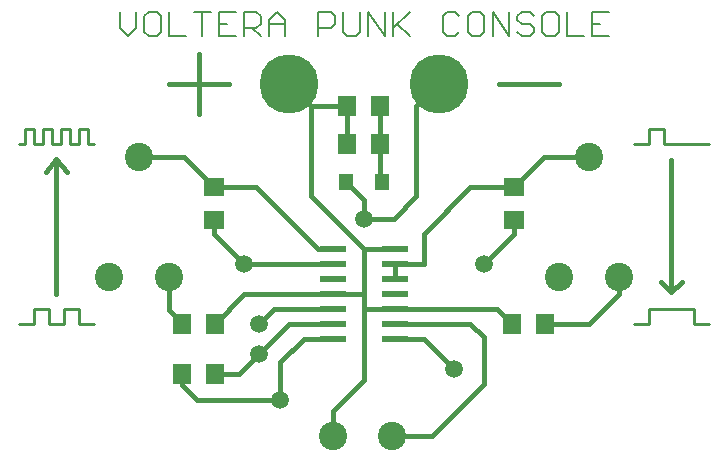
<source format=gtl>
G75*
%MOIN*%
%OFA0B0*%
%FSLAX24Y24*%
%IPPOS*%
%LPD*%
%AMOC8*
5,1,8,0,0,1.08239X$1,22.5*
%
%ADD10C,0.0070*%
%ADD11R,0.0866X0.0236*%
%ADD12C,0.0945*%
%ADD13R,0.0472X0.0551*%
%ADD14C,0.1969*%
%ADD15R,0.0709X0.0630*%
%ADD16R,0.0630X0.0709*%
%ADD17C,0.0160*%
%ADD18C,0.0591*%
%ADD19C,0.0100*%
D10*
X003785Y015841D02*
X004062Y016118D01*
X004062Y016671D01*
X004337Y016533D02*
X004337Y015979D01*
X004476Y015841D01*
X004753Y015841D01*
X004891Y015979D01*
X004891Y016533D01*
X004753Y016671D01*
X004476Y016671D01*
X004337Y016533D01*
X003508Y016671D02*
X003508Y016118D01*
X003785Y015841D01*
X005166Y015841D02*
X005720Y015841D01*
X006271Y015841D02*
X006271Y016671D01*
X005995Y016671D02*
X006548Y016671D01*
X006823Y016671D02*
X006823Y015841D01*
X007377Y015841D01*
X007652Y015841D02*
X007652Y016671D01*
X008067Y016671D01*
X008206Y016533D01*
X008206Y016256D01*
X008067Y016118D01*
X007652Y016118D01*
X007929Y016118D02*
X008206Y015841D01*
X008481Y015841D02*
X008481Y016395D01*
X008758Y016671D01*
X009035Y016395D01*
X009035Y015841D01*
X009035Y016256D02*
X008481Y016256D01*
X007377Y016671D02*
X006823Y016671D01*
X006823Y016256D02*
X007100Y016256D01*
X005166Y016671D02*
X005166Y015841D01*
X010138Y015841D02*
X010138Y016671D01*
X010553Y016671D01*
X010692Y016533D01*
X010692Y016256D01*
X010553Y016118D01*
X010138Y016118D01*
X010967Y015979D02*
X011105Y015841D01*
X011382Y015841D01*
X011521Y015979D01*
X011521Y016671D01*
X011796Y016671D02*
X012349Y015841D01*
X012349Y016671D01*
X012624Y016671D02*
X012624Y015841D01*
X012624Y016118D02*
X013178Y016671D01*
X012763Y016256D02*
X013178Y015841D01*
X014282Y015979D02*
X014420Y015841D01*
X014697Y015841D01*
X014835Y015979D01*
X015110Y015979D02*
X015249Y015841D01*
X015526Y015841D01*
X015664Y015979D01*
X015664Y016533D01*
X015526Y016671D01*
X015249Y016671D01*
X015110Y016533D01*
X015110Y015979D01*
X014835Y016533D02*
X014697Y016671D01*
X014420Y016671D01*
X014282Y016533D01*
X014282Y015979D01*
X015939Y015841D02*
X015939Y016671D01*
X016493Y015841D01*
X016493Y016671D01*
X016768Y016533D02*
X016768Y016395D01*
X016906Y016256D01*
X017183Y016256D01*
X017322Y016118D01*
X017322Y015979D01*
X017183Y015841D01*
X016906Y015841D01*
X016768Y015979D01*
X016768Y016533D02*
X016906Y016671D01*
X017183Y016671D01*
X017322Y016533D01*
X017597Y016533D02*
X017597Y015979D01*
X017735Y015841D01*
X018012Y015841D01*
X018150Y015979D01*
X018150Y016533D01*
X018012Y016671D01*
X017735Y016671D01*
X017597Y016533D01*
X018425Y016671D02*
X018425Y015841D01*
X018979Y015841D01*
X019254Y015841D02*
X019808Y015841D01*
X019531Y016256D02*
X019254Y016256D01*
X019254Y016671D02*
X019254Y015841D01*
X019254Y016671D02*
X019808Y016671D01*
X011796Y016671D02*
X011796Y015841D01*
X010967Y015979D02*
X010967Y016671D01*
D11*
X010626Y008771D03*
X010626Y008271D03*
X010626Y007771D03*
X010626Y007271D03*
X010626Y006771D03*
X010626Y006271D03*
X010626Y005771D03*
X012674Y005771D03*
X012674Y006271D03*
X012674Y006771D03*
X012674Y007271D03*
X012674Y007771D03*
X012674Y008271D03*
X012674Y008771D03*
D12*
X018150Y007826D03*
X020150Y007826D03*
X019150Y011826D03*
X012595Y002527D03*
X010626Y002527D03*
X005150Y007826D03*
X003150Y007826D03*
X004150Y011826D03*
D13*
X011059Y010985D03*
X012241Y010985D03*
D14*
X014150Y014271D03*
X009150Y014271D03*
D15*
X006650Y010822D03*
X006650Y009719D03*
X016650Y009719D03*
X016650Y010822D03*
D16*
X012201Y012271D03*
X011099Y012271D03*
X011099Y013521D03*
X012201Y013521D03*
X016599Y006271D03*
X017701Y006271D03*
X006701Y006271D03*
X005599Y006271D03*
X005587Y004595D03*
X006689Y004595D03*
D17*
X006099Y003708D02*
X005587Y004219D01*
X005587Y004595D01*
X006099Y003708D02*
X008855Y003708D01*
X008855Y004975D01*
X009650Y005771D01*
X010626Y005771D01*
X010650Y005747D01*
X010626Y006271D02*
X009150Y006271D01*
X008150Y005271D01*
X007475Y004595D01*
X006689Y004595D01*
X006701Y006271D02*
X007150Y006719D01*
X007150Y006771D01*
X007650Y007271D01*
X010626Y007271D01*
X011650Y007271D01*
X011650Y008771D01*
X009900Y010521D01*
X009900Y013521D01*
X009150Y014271D01*
X009900Y013521D02*
X011099Y013521D01*
X011099Y012271D01*
X012201Y012271D02*
X012201Y011025D01*
X012241Y010985D01*
X011650Y010395D02*
X011650Y009771D01*
X012650Y009771D01*
X013400Y010521D01*
X013400Y013521D01*
X014150Y014271D01*
X012201Y013521D02*
X012201Y012271D01*
X011059Y010985D02*
X011650Y010395D01*
X013650Y009271D02*
X013650Y008271D01*
X012674Y008271D01*
X012674Y007771D01*
X012650Y008271D02*
X012674Y008271D01*
X012674Y008771D02*
X011650Y008771D01*
X010650Y008794D02*
X010626Y008771D01*
X010119Y008771D01*
X008067Y010822D01*
X006650Y010822D01*
X005646Y011826D01*
X004150Y011826D01*
X006150Y013271D02*
X006150Y015271D01*
X007150Y014271D02*
X005150Y014271D01*
X001750Y011321D02*
X001400Y011771D01*
X001050Y011321D01*
X001400Y011771D02*
X001400Y007271D01*
X005150Y006719D02*
X005150Y007826D01*
X005150Y006719D02*
X005599Y006271D01*
X008150Y006271D02*
X008650Y006771D01*
X010626Y006771D01*
X011650Y006771D02*
X011650Y004377D01*
X010626Y003353D01*
X010626Y002527D01*
X012595Y002527D02*
X013906Y002527D01*
X015650Y004271D01*
X015650Y005822D01*
X015201Y006271D01*
X012674Y006271D01*
X012674Y006771D02*
X016099Y006771D01*
X016599Y006271D01*
X017701Y006271D02*
X019150Y006271D01*
X020150Y007271D01*
X020150Y007826D01*
X021550Y007671D02*
X021900Y007321D01*
X022250Y007671D01*
X021900Y007321D02*
X021900Y011721D01*
X019150Y011826D02*
X017654Y011826D01*
X016650Y010822D01*
X015201Y010822D01*
X013650Y009271D01*
X015650Y008271D02*
X016650Y009271D01*
X016650Y009719D01*
X012674Y006771D02*
X011650Y006771D01*
X011650Y007271D01*
X010626Y008271D02*
X007650Y008271D01*
X006650Y009271D01*
X006650Y009719D01*
X007650Y008271D02*
X008099Y008271D01*
X012674Y005771D02*
X013650Y005771D01*
X014650Y004771D01*
X016150Y014271D02*
X018150Y014271D01*
D18*
X011650Y009771D03*
X015650Y008271D03*
X014650Y004771D03*
X008855Y003708D03*
X008150Y005271D03*
X008150Y006271D03*
X007650Y008271D03*
D19*
X002650Y006271D02*
X002150Y006271D01*
X002150Y006771D01*
X001650Y006771D01*
X001650Y006271D01*
X001150Y006271D01*
X001150Y006771D01*
X000650Y006771D01*
X000650Y006271D01*
X000150Y006271D01*
X000150Y012271D02*
X000350Y012271D01*
X000350Y012771D01*
X000650Y012771D01*
X000650Y012271D01*
X000950Y012271D01*
X000950Y012771D01*
X001250Y012771D01*
X001250Y012271D01*
X001550Y012271D01*
X001550Y012771D01*
X001850Y012771D01*
X001850Y012271D01*
X002150Y012271D01*
X002150Y012771D01*
X002450Y012771D01*
X002450Y012271D01*
X002650Y012271D01*
X020650Y012271D02*
X021150Y012271D01*
X021150Y012771D01*
X021650Y012771D01*
X021650Y012271D01*
X023150Y012271D01*
X022650Y006771D02*
X021150Y006771D01*
X021150Y006271D01*
X020650Y006271D01*
X022650Y006271D02*
X023150Y006271D01*
X022650Y006271D02*
X022650Y006771D01*
M02*

</source>
